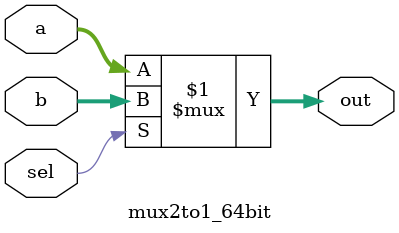
<source format=v>
module mux2to1_64bit (
    input  [63:0] a,    // input 0
    input  [63:0] b,    // input 1
    input         sel,  // select: 0 selects a, 1 selects b
    output [63:0] out   // mux output
);

    assign out = sel ? b : a;

endmodule

</source>
